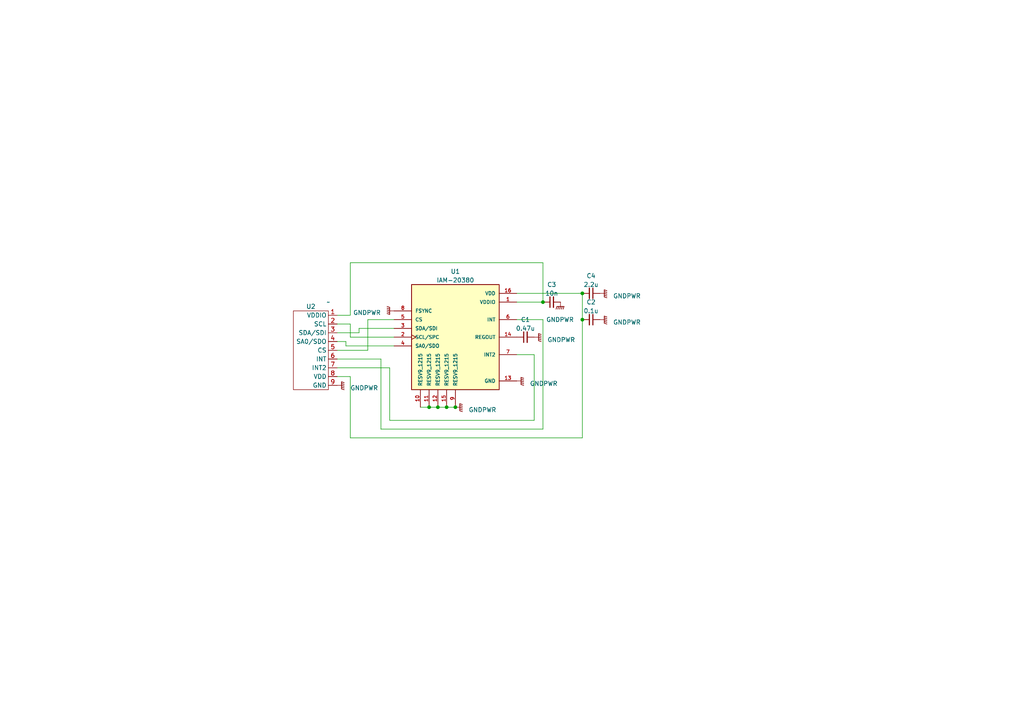
<source format=kicad_sch>
(kicad_sch (version 20230121) (generator eeschema)
  (paper "A4")
  (lib_symbols
    (symbol "Device:C_Small" (pin_numbers hide) (pin_names (offset 0.254) hide)
      (property "Reference" "C" (at 0.254 1.778 0))
      (property "Value" "C_Small" (at 0.254 -2.032 0))
      (symbol "C_Small_0_1"
        (polyline (pts (xy -1.524 -0.508) (xy 1.524 -0.508)) (stroke (width 0.3302)))
        (polyline (pts (xy -1.524 0.508) (xy 1.524 0.508)) (stroke (width 0.3048)))
      )
      (symbol "C_Small_1_1"
        (pin passive line (at 0 2.54 270) (length 2.032) (name "~") (number "1"))
        (pin passive line (at 0 -2.54 90) (length 2.032) (name "~") (number "2"))
      )
    )
    (symbol "Headers:Header1"
      (property "Reference" "U2" (at -5.08 -1.27 0))
      (property "Value" "~" (at 0 0 0))
      (symbol "Header1_0_1"
        (rectangle (start -10.16 -2.54) (end 0 -25.4))
      )
      (symbol "Header1_1_1"
        (pin input line (at 2.54 -3.81 180) (length 2.54) (name "VDDIO") (number "1"))
        (pin input line (at 2.54 -6.35 180) (length 2.54) (name "SCL") (number "2"))
        (pin input line (at 2.54 -8.89 180) (length 2.54) (name "SDA/SDI") (number "3"))
        (pin input line (at 2.54 -11.43 180) (length 2.54) (name "SA0/SDO") (number "4"))
        (pin input line (at 2.54 -13.97 180) (length 2.54) (name "CS") (number "5"))
        (pin input line (at 2.54 -16.51 180) (length 2.54) (name "INT") (number "6"))
        (pin input line (at 2.54 -19.05 180) (length 2.54) (name "INT2") (number "7"))
        (pin input line (at 2.54 -21.59 180) (length 2.54) (name "VDD") (number "8"))
        (pin input line (at 2.54 -24.13 180) (length 2.54) (name "GND") (number "9"))
      )
    )
    (symbol "IAM-20380HT:IAM-20380" (pin_names (offset 1.016))
      (property "Reference" "U1" (at 0 19.05 0))
      (property "Value" "IAM-20380" (at 0 16.51 0))
      (symbol "IAM-20380_0_0"
        (rectangle (start -12.7 15.24) (end 12.7 -15.24) (stroke (width 0.254)) (fill (type background)))
        (pin power_in line (at 17.78 10.16 180) (length 5.08) (name "VDDIO") (number "1"))
        (pin passive line (at -10.16 -20.32 90) (length 5.08) (name "RESV9_1215") (number "10"))
        (pin passive line (at -7.62 -20.32 90) (length 5.08) (name "RESV9_1215") (number "11"))
        (pin passive line (at -5.08 -20.32 90) (length 5.08) (name "RESV9_1215") (number "12"))
        (pin power_in line (at 17.78 -12.7 180) (length 5.08) (name "GND") (number "13"))
        (pin passive line (at 17.78 0 180) (length 5.08) (name "REGOUT") (number "14"))
        (pin passive line (at -2.54 -20.32 90) (length 5.08) (name "RESV9_1215") (number "15"))
        (pin power_in line (at 17.78 12.7 180) (length 5.08) (name "VDD") (number "16"))
        (pin bidirectional clock (at -17.78 0 0) (length 5.08) (name "SCL/SPC") (number "2"))
        (pin input line (at -17.78 2.54 0) (length 5.08) (name "SDA/SDI") (number "3"))
        (pin output line (at -17.78 -2.54 0) (length 5.08) (name "SA0/SDO") (number "4"))
        (pin input line (at -17.78 5.08 0) (length 5.08) (name "CS") (number "5"))
        (pin output line (at 17.78 5.08 180) (length 5.08) (name "INT") (number "6"))
        (pin input line (at -17.78 7.62 0) (length 5.08) (name "FSYNC") (number "8"))
        (pin passive line (at 0 -20.32 90) (length 5.08) (name "RESV9_1215") (number "9"))
      )
      (symbol "IAM-20380_1_0"
        (pin passive line (at 17.78 -5.08 180) (length 5.08) (name "INT2") (number "7"))
      )
    )
    (symbol "power:GNDPWR" (power) (pin_names (offset 0))
      (property "Value" "GNDPWR" (at 0 -3.302 0))
      (symbol "GNDPWR_0_1"
        (polyline (pts (xy 0 -1.27) (xy 0 0)))
        (polyline (pts (xy -1.016 -1.27) (xy -1.27 -2.032) (xy -1.27 -2.032)) (stroke (width 0.2032)))
        (polyline (pts (xy -0.508 -1.27) (xy -0.762 -2.032) (xy -0.762 -2.032)) (stroke (width 0.2032)))
        (polyline (pts (xy 0 -1.27) (xy -0.254 -2.032) (xy -0.254 -2.032)) (stroke (width 0.2032)))
        (polyline (pts (xy 0.508 -1.27) (xy 0.254 -2.032) (xy 0.254 -2.032)) (stroke (width 0.2032)))
        (polyline (pts (xy 1.016 -1.27) (xy -1.016 -1.27) (xy -1.016 -1.27)) (stroke (width 0.2032)))
        (polyline (pts (xy 1.016 -1.27) (xy 0.762 -2.032) (xy 0.762 -2.032) (xy 0.762 -2.032)) (stroke (width 0.2032)))
      )
      (symbol "GNDPWR_1_1"
        (pin power_in line (at 0 0 270) (length 0) hide (name "GNDPWR") (number "1"))
      )
    )
  )
  (junction (at 157.48 87.63))
  (junction (at 124.46 118.11))
  (junction (at 168.91 92.71))
  (junction (at 127 118.11))
  (junction (at 168.91 85.09))
  (junction (at 132.08 118.11))
  (junction (at 129.54 118.11))
  (wire (pts (xy 101.6 109.22) (xy 101.6 127)))
  (wire (pts (xy 113.03 121.92) (xy 154.94 121.92)))
  (wire (pts (xy 113.03 106.68) (xy 113.03 121.92)))
  (wire (pts (xy 157.48 92.71) (xy 149.86 92.71)))
  (wire (pts (xy 101.6 109.22) (xy 97.79 109.22)))
  (wire (pts (xy 101.6 97.79) (xy 101.6 93.98)))
  (wire (pts (xy 97.79 101.6) (xy 106.68 101.6)))
  (wire (pts (xy 157.48 92.71) (xy 157.48 124.46)))
  (wire (pts (xy 110.49 104.14) (xy 110.49 124.46)))
  (wire (pts (xy 101.6 91.44) (xy 97.79 91.44)))
  (wire (pts (xy 121.92 118.11) (xy 124.46 118.11)))
  (wire (pts (xy 129.54 118.11) (xy 132.08 118.11)))
  (wire (pts (xy 168.91 85.09) (xy 168.91 92.71)))
  (wire (pts (xy 101.6 76.2) (xy 101.6 91.44)))
  (wire (pts (xy 106.68 92.71) (xy 114.3 92.71)))
  (wire (pts (xy 114.3 100.33) (xy 100.33 100.33)))
  (wire (pts (xy 149.86 87.63) (xy 157.48 87.63)))
  (wire (pts (xy 106.68 101.6) (xy 106.68 92.71)))
  (wire (pts (xy 97.79 106.68) (xy 113.03 106.68)))
  (wire (pts (xy 110.49 124.46) (xy 157.48 124.46)))
  (wire (pts (xy 168.91 92.71) (xy 168.91 127)))
  (wire (pts (xy 101.6 93.98) (xy 97.79 93.98)))
  (wire (pts (xy 149.86 85.09) (xy 168.91 85.09)))
  (wire (pts (xy 168.91 127) (xy 101.6 127)))
  (wire (pts (xy 100.33 99.06) (xy 97.79 99.06)))
  (wire (pts (xy 154.94 102.87) (xy 149.86 102.87)))
  (wire (pts (xy 104.14 96.52) (xy 104.14 95.25)))
  (wire (pts (xy 104.14 95.25) (xy 114.3 95.25)))
  (wire (pts (xy 97.79 96.52) (xy 104.14 96.52)))
  (wire (pts (xy 100.33 100.33) (xy 100.33 99.06)))
  (wire (pts (xy 114.3 97.79) (xy 101.6 97.79)))
  (wire (pts (xy 154.94 121.92) (xy 154.94 102.87)))
  (wire (pts (xy 157.48 87.63) (xy 157.48 76.2)))
  (wire (pts (xy 124.46 118.11) (xy 127 118.11)))
  (wire (pts (xy 97.79 104.14) (xy 110.49 104.14)))
  (wire (pts (xy 127 118.11) (xy 129.54 118.11)))
  (wire (pts (xy 157.48 76.2) (xy 101.6 76.2)))
  (symbol (lib_id "Device:C_Small") (at 171.45 92.71 270) (unit 1)
    (property "Reference" "C2" (at 171.4436 87.63 90))
    (property "Value" "0.1u" (at 171.4436 90.17 90))
    (property "Footprint" "Capacitor_SMD:C_0603_1608Metric" (effects hide))
  )
  (symbol (lib_id "IAM-20380HT:IAM-20380") (at 132.08 97.79 0) (unit 1)
    (property "Reference" "U1" (at 132.08 78.74 0))
    (property "Value" "IAM-20380" (at 132.08 81.28 0))
    (property "Footprint" "PQFN50P300X300X80-16N" (effects hide))
    (property "MF" "TDK InvenSense" (effects hide))
    (property "PACKAGE" "PQFN-16 TDK-InvenSense" (effects hide))
    (property "NOTES" "The center Exposed Pad (EP), for MPU devices is a No Connect (NC) pad. To avoid package stress, do not solder the EP to the PCB. Please refer to the document “AN-IVS-0002A-00”. As a result of these guidelines, the exposed pad has not been included on the PCB footprint. We’ve added a keep-out area under the exposed pad. Please don’t route traces or vias under the part, on the same side of the board" (effects hide))
    (property "PRICE" "None" (effects hide))
    (property "MP" "IAM-20380" (effects hide))
    (property "AVAILABILITY" "Unavailable" (effects hide))
  )
  (symbol (lib_id "power:GNDPWR") (at 154.94 97.79 90) (unit 1)
    (property "Reference" "#PWR08" (effects hide))
    (property "Value" "GNDPWR" (at 158.75 98.552 90) (effects (justify right)))
  )
  (symbol (lib_id "Device:C_Small") (at 171.45 85.09 270) (unit 1)
    (property "Reference" "C4" (at 171.4436 80.01 90))
    (property "Value" "2.2u" (at 171.4436 82.55 90))
    (property "Footprint" "Capacitor_SMD:C_0603_1608Metric" (effects hide))
  )
  (symbol (lib_id "Headers:Header1") (at 95.25 87.63 0) (unit 1)
    (property "Reference" "U2" (at 90.17 88.9 0))
    (property "Value" "~" (at 95.25 87.63 0))
    (property "Footprint" "Connector_PinHeader_2.54mm:PinHeader_1x09_P2.54mm_Vertical" (effects hide))
  )
  (symbol (lib_id "power:GNDPWR") (at 173.99 85.09 90) (unit 1)
    (property "Reference" "#PWR05" (effects hide))
    (property "Value" "GNDPWR" (at 177.8 85.852 90) (effects (justify right)))
  )
  (symbol (lib_id "Device:C_Small") (at 152.4 97.79 90) (unit 1)
    (property "Reference" "C1" (at 152.4063 92.71 90))
    (property "Value" "0.47u" (at 152.4063 95.25 90))
    (property "Footprint" "Capacitor_SMD:C_0603_1608Metric" (effects hide))
  )
  (symbol (lib_id "Device:C_Small") (at 160.02 87.63 90) (unit 1)
    (property "Reference" "C3" (at 160.0263 82.55 90))
    (property "Value" "10n" (at 160.0263 85.09 90))
    (property "Footprint" "Capacitor_SMD:C_0603_1608Metric" (effects hide))
  )
  (symbol (lib_id "power:GNDPWR") (at 149.86 110.49 90) (unit 1)
    (property "Reference" "#PWR02" (effects hide))
    (property "Value" "GNDPWR" (at 153.67 111.252 90) (effects (justify right)))
  )
  (symbol (lib_id "power:GNDPWR") (at 97.79 111.76 90) (unit 1)
    (property "Reference" "#PWR03" (effects hide))
    (property "Value" "GNDPWR" (at 101.6 112.522 90) (effects (justify right)))
  )
  (symbol (lib_id "power:GNDPWR") (at 173.99 92.71 90) (unit 1)
    (property "Reference" "#PWR06" (effects hide))
    (property "Value" "GNDPWR" (at 177.8 93.472 90) (effects (justify right)))
  )
  (symbol (lib_id "power:GNDPWR") (at 162.56 87.63 0) (unit 1)
    (property "Reference" "#PWR01" (effects hide))
    (property "Value" "GNDPWR" (at 162.433 92.71 0))
  )
  (symbol (lib_id "power:GNDPWR") (at 132.08 118.11 90) (unit 1)
    (property "Reference" "#PWR07" (effects hide))
    (property "Value" "GNDPWR" (at 135.89 118.872 90) (effects (justify right)))
  )
  (symbol (lib_id "power:GNDPWR") (at 114.3 90.17 270) (unit 1)
    (property "Reference" "#PWR04" (effects hide))
    (property "Value" "GNDPWR" (at 110.49 90.678 90) (effects (justify right)))
  )
)
</source>
